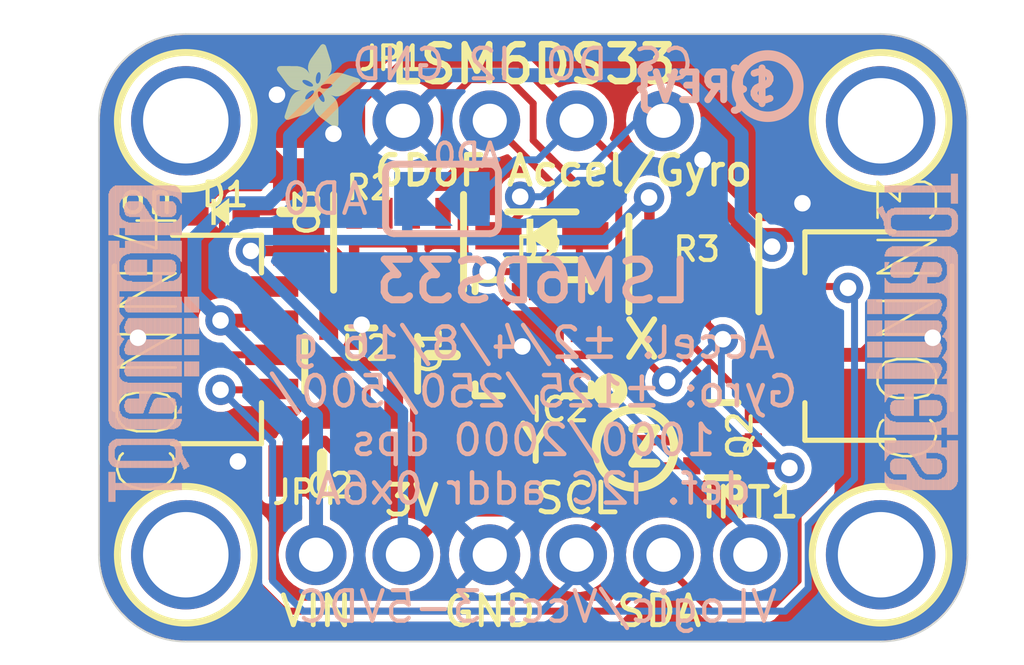
<source format=kicad_pcb>
(kicad_pcb (version 20221018) (generator pcbnew)
  (layers (0 "F.Cu" signal) (31 "B.Cu" signal) (34 "B.Paste" user) (35 "F.Paste" user) (36 "B.SilkS" user "B.Silkscreen") (37 "F.SilkS" user "F.Silkscreen") (38 "B.Mask" user) (39 "F.Mask" user) (44 "Edge.Cuts" user))
  (net 0 "")
  (net 1 "GND")
  (net 2 "3.3V")
  (net 3 "VCC")
  (net 4 "N$1")
  (net 5 "SDO")
  (net 6 "SDA_3V")
  (net 7 "SCL_3V")
  (net 8 "SCL")
  (net 9 "SDA")
  (net 10 "CS_3V")
  (net 11 "CS_5V")
  (net 12 "INT1")
  (net 13 "INT2")
  (footprint "working:MOUNTINGHOLE_2.5_PLATED" (layer "F.Cu") (at 138.3411 98.6536)
    (fp_text reference "U$1" hide)
    (fp_text value "MOUNTINGHOLE2.5" hide)
    (pad "P$1" thru_hole circle (at 0 0) (size 3.2 3.2) (drill 2.5) (layers "*.Cu" "*.Mask"))
    (zone (net 0) (net_name "") (layer "F.Cu") (connect_pads (clearance 0)) (min_thickness 0.25)
      (keepout (tracks not_allowed) (vias not_allowed) (pads not_allowed) (copperpour not_allowed) (footprints allowed))
      (fill (thermal_gap 0.5) (thermal_bridge_width 0.5))
      (polygon (pts (xy 140.3571 98.6536) (xy 140.33748 98.373027) (xy 140.279004 98.097915) (xy 140.182808 97.833619) (xy 140.050765 97.585283) (xy 139.885446 97.35774) (xy 139.690067 97.15542) (xy 139.468433 96.98226) (xy 139.224856 96.841631) (xy 138.964078 96.73627) (xy 138.691175 96.668228) (xy 138.411457 96.638828) (xy 138.130371 96.648644) (xy 137.853385 96.697484) (xy 137.585893 96.784397) (xy 137.3331 96.907693) (xy 137.099926 97.06497) (xy 136.890911 97.253169) (xy 136.710122 97.468625) (xy 136.561078 97.707145) (xy 136.44668 97.964087) (xy 136.369154 98.23445) (xy 136.330011 98.512971) (xy 136.330011 98.794229) (xy 136.369154 99.07275) (xy 136.44668 99.343113) (xy 136.561078 99.600055) (xy 136.710122 99.838575) (xy 136.890911 100.054031) (xy 137.099926 100.24223) (xy 137.3331 100.399507) (xy 137.585893 100.522803) (xy 137.853385 100.609716) (xy 138.130371 100.658556) (xy 138.411457 100.668372) (xy 138.691175 100.638972) (xy 138.964078 100.57093) (xy 139.224856 100.465569) (xy 139.468433 100.32494) (xy 139.690067 100.15178) (xy 139.885446 99.94946) (xy 140.050765 99.721917) (xy 140.182808 99.473581) (xy 140.279004 99.209285) (xy 140.33748 98.934173)))
      (polygon (pts (xy 138.3251 98.6536) (xy 138.329786 98.664914) (xy 138.3411 98.6696) (xy 138.352414 98.664914) (xy 138.3571 98.6536) (xy 138.352414 98.642286) (xy 138.3411 98.6376) (xy 138.329786 98.642286)))
    )
    (zone (net 0) (net_name "") (layer "B.Cu") (connect_pads (clearance 0)) (min_thickness 0.25)
      (keepout (tracks not_allowed) (vias not_allowed) (pads not_allowed) (copperpour not_allowed) (footprints allowed))
      (fill (thermal_gap 0.5) (thermal_bridge_width 0.5))
      (polygon (pts (xy 140.3571 98.6536) (xy 140.33748 98.373027) (xy 140.279004 98.097915) (xy 140.182808 97.833619) (xy 140.050765 97.585283) (xy 139.885446 97.35774) (xy 139.690067 97.15542) (xy 139.468433 96.98226) (xy 139.224856 96.841631) (xy 138.964078 96.73627) (xy 138.691175 96.668228) (xy 138.411457 96.638828) (xy 138.130371 96.648644) (xy 137.853385 96.697484) (xy 137.585893 96.784397) (xy 137.3331 96.907693) (xy 137.099926 97.06497) (xy 136.890911 97.253169) (xy 136.710122 97.468625) (xy 136.561078 97.707145) (xy 136.44668 97.964087) (xy 136.369154 98.23445) (xy 136.330011 98.512971) (xy 136.330011 98.794229) (xy 136.369154 99.07275) (xy 136.44668 99.343113) (xy 136.561078 99.600055) (xy 136.710122 99.838575) (xy 136.890911 100.054031) (xy 137.099926 100.24223) (xy 137.3331 100.399507) (xy 137.585893 100.522803) (xy 137.853385 100.609716) (xy 138.130371 100.658556) (xy 138.411457 100.668372) (xy 138.691175 100.638972) (xy 138.964078 100.57093) (xy 139.224856 100.465569) (xy 139.468433 100.32494) (xy 139.690067 100.15178) (xy 139.885446 99.94946) (xy 140.050765 99.721917) (xy 140.182808 99.473581) (xy 140.279004 99.209285) (xy 140.33748 98.934173)))
      (polygon (pts (xy 138.3251 98.6536) (xy 138.329786 98.664914) (xy 138.3411 98.6696) (xy 138.352414 98.664914) (xy 138.3571 98.6536) (xy 138.352414 98.642286) (xy 138.3411 98.6376) (xy 138.329786 98.642286)))
    )
  )
  (footprint "working:FIDUCIAL_1MM" (layer "F.Cu") (at 146.3421 108.4326)
    (fp_text reference "FID3" hide)
    (fp_text value "FIDUCIAL_1MM" hide)
    (pad "1" smd roundrect (at 0 0) (size 1 1) (layers "F.Cu" "F.Mask") (roundrect_rratio 0.5))
  )
  (footprint "working:MOUNTINGHOLE_2.5_PLATED" (layer "F.Cu") (at 158.6611 98.6536)
    (fp_text reference "U$17" hide)
    (fp_text value "MOUNTINGHOLE2.5" hide)
    (pad "P$1" thru_hole circle (at 0 0) (size 3.2 3.2) (drill 2.5) (layers "*.Cu" "*.Mask"))
    (zone (net 0) (net_name "") (layer "F.Cu") (connect_pads (clearance 0)) (min_thickness 0.25)
      (keepout (tracks not_allowed) (vias not_allowed) (pads not_allowed) (copperpour not_allowed) (footprints allowed))
      (fill (thermal_gap 0.5) (thermal_bridge_width 0.5))
      (polygon (pts (xy 160.6771 98.6536) (xy 160.65748 98.373027) (xy 160.599004 98.097915) (xy 160.502808 97.833619) (xy 160.370765 97.585283) (xy 160.205446 97.35774) (xy 160.010067 97.15542) (xy 159.788433 96.98226) (xy 159.544856 96.841631) (xy 159.284078 96.73627) (xy 159.011175 96.668228) (xy 158.731457 96.638828) (xy 158.450371 96.648644) (xy 158.173385 96.697484) (xy 157.905893 96.784397) (xy 157.6531 96.907693) (xy 157.419926 97.06497) (xy 157.210911 97.253169) (xy 157.030122 97.468625) (xy 156.881078 97.707145) (xy 156.76668 97.964087) (xy 156.689154 98.23445) (xy 156.650011 98.512971) (xy 156.650011 98.794229) (xy 156.689154 99.07275) (xy 156.76668 99.343113) (xy 156.881078 99.600055) (xy 157.030122 99.838575) (xy 157.210911 100.054031) (xy 157.419926 100.24223) (xy 157.6531 100.399507) (xy 157.905893 100.522803) (xy 158.173385 100.609716) (xy 158.450371 100.658556) (xy 158.731457 100.668372) (xy 159.011175 100.638972) (xy 159.284078 100.57093) (xy 159.544856 100.465569) (xy 159.788433 100.32494) (xy 160.010067 100.15178) (xy 160.205446 99.94946) (xy 160.370765 99.721917) (xy 160.502808 99.473581) (xy 160.599004 99.209285) (xy 160.65748 98.934173)))
      (polygon (pts (xy 158.6451 98.6536) (xy 158.649786 98.664914) (xy 158.6611 98.6696) (xy 158.672414 98.664914) (xy 158.6771 98.6536) (xy 158.672414 98.642286) (xy 158.6611 98.6376) (xy 158.649786 98.642286)))
    )
    (zone (net 0) (net_name "") (layer "B.Cu") (connect_pads (clearance 0)) (min_thickness 0.25)
      (keepout (tracks not_allowed) (vias not_allowed) (pads not_allowed) (copperpour not_allowed) (footprints allowed))
      (fill (thermal_gap 0.5) (thermal_bridge_width 0.5))
      (polygon (pts (xy 160.6771 98.6536) (xy 160.65748 98.373027) (xy 160.599004 98.097915) (xy 160.502808 97.833619) (xy 160.370765 97.585283) (xy 160.205446 97.35774) (xy 160.010067 97.15542) (xy 159.788433 96.98226) (xy 159.544856 96.841631) (xy 159.284078 96.73627) (xy 159.011175 96.668228) (xy 158.731457 96.638828) (xy 158.450371 96.648644) (xy 158.173385 96.697484) (xy 157.905893 96.784397) (xy 157.6531 96.907693) (xy 157.419926 97.06497) (xy 157.210911 97.253169) (xy 157.030122 97.468625) (xy 156.881078 97.707145) (xy 156.76668 97.964087) (xy 156.689154 98.23445) (xy 156.650011 98.512971) (xy 156.650011 98.794229) (xy 156.689154 99.07275) (xy 156.76668 99.343113) (xy 156.881078 99.600055) (xy 157.030122 99.838575) (xy 157.210911 100.054031) (xy 157.419926 100.24223) (xy 157.6531 100.399507) (xy 157.905893 100.522803) (xy 158.173385 100.609716) (xy 158.450371 100.658556) (xy 158.731457 100.668372) (xy 159.011175 100.638972) (xy 159.284078 100.57093) (xy 159.544856 100.465569) (xy 159.788433 100.32494) (xy 160.010067 100.15178) (xy 160.205446 99.94946) (xy 160.370765 99.721917) (xy 160.502808 99.473581) (xy 160.599004 99.209285) (xy 160.65748 98.934173)))
      (polygon (pts (xy 158.6451 98.6536) (xy 158.649786 98.664914) (xy 158.6611 98.6696) (xy 158.672414 98.664914) (xy 158.6771 98.6536) (xy 158.672414 98.642286) (xy 158.6611 98.6376) (xy 158.649786 98.642286)))
    )
  )
  (footprint "working:MOUNTINGHOLE_2.5_PLATED" (layer "F.Cu") (at 138.3411 111.3536)
    (fp_text reference "U$19" hide)
    (fp_text value "MOUNTINGHOLE2.5" hide)
    (pad "P$1" thru_hole circle (at 0 0) (size 3.2 3.2) (drill 2.5) (layers "*.Cu" "*.Mask"))
    (zone (net 0) (net_name "") (layer "F.Cu") (connect_pads (clearance 0)) (min_thickness 0.25)
      (keepout (tracks not_allowed) (vias not_allowed) (pads not_allowed) (copperpour not_allowed) (footprints allowed))
      (fill (thermal_gap 0.5) (thermal_bridge_width 0.5))
      (polygon (pts (xy 140.3571 111.3536) (xy 140.33748 111.073027) (xy 140.279004 110.797915) (xy 140.182808 110.533619) (xy 140.050765 110.285283) (xy 139.885446 110.05774) (xy 139.690067 109.85542) (xy 139.468433 109.68226) (xy 139.224856 109.541631) (xy 138.964078 109.43627) (xy 138.691175 109.368228) (xy 138.411457 109.338828) (xy 138.130371 109.348644) (xy 137.853385 109.397484) (xy 137.585893 109.484397) (xy 137.3331 109.607693) (xy 137.099926 109.76497) (xy 136.890911 109.953169) (xy 136.710122 110.168625) (xy 136.561078 110.407145) (xy 136.44668 110.664087) (xy 136.369154 110.93445) (xy 136.330011 111.212971) (xy 136.330011 111.494229) (xy 136.369154 111.77275) (xy 136.44668 112.043113) (xy 136.561078 112.300055) (xy 136.710122 112.538575) (xy 136.890911 112.754031) (xy 137.099926 112.94223) (xy 137.3331 113.099507) (xy 137.585893 113.222803) (xy 137.853385 113.309716) (xy 138.130371 113.358556) (xy 138.411457 113.368372) (xy 138.691175 113.338972) (xy 138.964078 113.27093) (xy 139.224856 113.165569) (xy 139.468433 113.02494) (xy 139.690067 112.85178) (xy 139.885446 112.64946) (xy 140.050765 112.421917) (xy 140.182808 112.173581) (xy 140.279004 111.909285) (xy 140.33748 111.634173)))
      (polygon (pts (xy 138.3251 111.3536) (xy 138.329786 111.364914) (xy 138.3411 111.3696) (xy 138.352414 111.364914) (xy 138.3571 111.3536) (xy 138.352414 111.342286) (xy 138.3411 111.3376) (xy 138.329786 111.342286)))
    )
    (zone (net 0) (net_name "") (layer "B.Cu") (connect_pads (clearance 0)) (min_thickness 0.25)
      (keepout (tracks not_allowed) (vias not_allowed) (pads not_allowed) (copperpour not_allowed) (footprints allowed))
      (fill (thermal_gap 0.5) (thermal_bridge_width 0.5))
      (polygon (pts (xy 140.3571 111.3536) (xy 140.33748 111.073027) (xy 140.279004 110.797915) (xy 140.182808 110.533619) (xy 140.050765 110.285283) (xy 139.885446 110.05774) (xy 139.690067 109.85542) (xy 139.468433 109.68226) (xy 139.224856 109.541631) (xy 138.964078 109.43627) (xy 138.691175 109.368228) (xy 138.411457 109.338828) (xy 138.130371 109.348644) (xy 137.853385 109.397484) (xy 137.585893 109.484397) (xy 137.3331 109.607693) (xy 137.099926 109.76497) (xy 136.890911 109.953169) (xy 136.710122 110.168625) (xy 136.561078 110.407145) (xy 136.44668 110.664087) (xy 136.369154 110.93445) (xy 136.330011 111.212971) (xy 136.330011 111.494229) (xy 136.369154 111.77275) (xy 136.44668 112.043113) (xy 136.561078 112.300055) (xy 136.710122 112.538575) (xy 136.890911 112.754031) (xy 137.099926 112.94223) (xy 137.3331 113.099507) (xy 137.585893 113.222803) (xy 137.853385 113.309716) (xy 138.130371 113.358556) (xy 138.411457 113.368372) (xy 138.691175 113.338972) (xy 138.964078 113.27093) (xy 139.224856 113.165569) (xy 139.468433 113.02494) (xy 139.690067 112.85178) (xy 139.885446 112.64946) (xy 140.050765 112.421917) (xy 140.182808 112.173581) (xy 140.279004 111.909285) (xy 140.33748 111.634173)))
      (polygon (pts (xy 138.3251 111.3536) (xy 138.329786 111.364914) (xy 138.3411 111.3696) (xy 138.352414 111.364914) (xy 138.3571 111.3536) (xy 138.352414 111.342286) (xy 138.3411 111.3376) (xy 138.329786 111.342286)))
    )
  )
  (footprint "working:MOUNTINGHOLE_2.5_PLATED" (layer "F.Cu") (at 158.6611 111.3536)
    (fp_text reference "U$21" hide)
    (fp_text value "MOUNTINGHOLE2.5" hide)
    (pad "P$1" thru_hole circle (at 0 0) (size 3.2 3.2) (drill 2.5) (layers "*.Cu" "*.Mask"))
    (zone (net 0) (net_name "") (layer "F.Cu") (connect_pads (clearance 0)) (min_thickness 0.25)
      (keepout (tracks not_allowed) (vias not_allowed) (pads not_allowed) (copperpour not_allowed) (footprints allowed))
      (fill (thermal_gap 0.5) (thermal_bridge_width 0.5))
      (polygon (pts (xy 160.6771 111.3536) (xy 160.65748 111.073027) (xy 160.599004 110.797915) (xy 160.502808 110.533619) (xy 160.370765 110.285283) (xy 160.205446 110.05774) (xy 160.010067 109.85542) (xy 159.788433 109.68226) (xy 159.544856 109.541631) (xy 159.284078 109.43627) (xy 159.011175 109.368228) (xy 158.731457 109.338828) (xy 158.450371 109.348644) (xy 158.173385 109.397484) (xy 157.905893 109.484397) (xy 157.6531 109.607693) (xy 157.419926 109.76497) (xy 157.210911 109.953169) (xy 157.030122 110.168625) (xy 156.881078 110.407145) (xy 156.76668 110.664087) (xy 156.689154 110.93445) (xy 156.650011 111.212971) (xy 156.650011 111.494229) (xy 156.689154 111.77275) (xy 156.76668 112.043113) (xy 156.881078 112.300055) (xy 157.030122 112.538575) (xy 157.210911 112.754031) (xy 157.419926 112.94223) (xy 157.6531 113.099507) (xy 157.905893 113.222803) (xy 158.173385 113.309716) (xy 158.450371 113.358556) (xy 158.731457 113.368372) (xy 159.011175 113.338972) (xy 159.284078 113.27093) (xy 159.544856 113.165569) (xy 159.788433 113.02494) (xy 160.010067 112.85178) (xy 160.205446 112.64946) (xy 160.370765 112.421917) (xy 160.502808 112.173581) (xy 160.599004 111.909285) (xy 160.65748 111.634173)))
      (polygon (pts (xy 158.6451 111.3536) (xy 158.649786 111.364914) (xy 158.6611 111.3696) (xy 158.672414 111.364914) (xy 158.6771 111.3536) (xy 158.672414 111.342286) (xy 158.6611 111.3376) (xy 158.649786 111.342286)))
    )
    (zone (net 0) (net_name "") (layer "B.Cu") (connect_pads (clearance 0)) (min_thickness 0.25)
      (keepout (tracks not_allowed) (vias not_allowed) (pads not_allowed) (copperpour not_allowed) (footprints allowed))
      (fill (thermal_gap 0.5) (thermal_bridge_width 0.5))
      (polygon (pts (xy 160.6771 111.3536) (xy 160.65748 111.073027) (xy 160.599004 110.797915) (xy 160.502808 110.533619) (xy 160.370765 110.285283) (xy 160.205446 110.05774) (xy 160.010067 109.85542) (xy 159.788433 109.68226) (xy 159.544856 109.541631) (xy 159.284078 109.43627) (xy 159.011175 109.368228) (xy 158.731457 109.338828) (xy 158.450371 109.348644) (xy 158.173385 109.397484) (xy 157.905893 109.484397) (xy 157.6531 109.607693) (xy 157.419926 109.76497) (xy 157.210911 109.953169) (xy 157.030122 110.168625) (xy 156.881078 110.407145) (xy 156.76668 110.664087) (xy 156.689154 110.93445) (xy 156.650011 111.212971) (xy 156.650011 111.494229) (xy 156.689154 111.77275) (xy 156.76668 112.043113) (xy 156.881078 112.300055) (xy 157.030122 112.538575) (xy 157.210911 112.754031) (xy 157.419926 112.94223) (xy 157.6531 113.099507) (xy 157.905893 113.222803) (xy 158.173385 113.309716) (xy 158.450371 113.358556) (xy 158.731457 113.368372) (xy 159.011175 113.338972) (xy 159.284078 113.27093) (xy 159.544856 113.165569) (xy 159.788433 113.02494) (xy 160.010067 112.85178) (xy 160.205446 112.64946) (xy 160.370765 112.421917) (xy 160.502808 112.173581) (xy 160.599004 111.909285) (xy 160.65748 111.634173)))
      (polygon (pts (xy 158.6451 111.3536) (xy 158.649786 111.364914) (xy 158.6611 111.3696) (xy 158.672414 111.364914) (xy 158.6771 111.3536) (xy 158.672414 111.342286) (xy 158.6611 111.3376) (xy 158.649786 111.342286)))
    )
  )
  (footprint "working:1X04_ROUND" (layer "F.Cu") (at 148.5011 98.6536)
    (fp_text reference "JP1" (at -5.1562 -1.8288) (layer "F.SilkS") (effects (font (size 0.692831 0.692831) (thickness 0.119969)) (justify left)))
    (fp_text value "")
    (pad "1" thru_hole circle (at -3.81 0 90) (size 1.778 1.778) (drill 1) (layers "*.Cu" "*.Mask") (net 1 "GND"))
    (pad "2" thru_hole circle (at -1.27 0 90) (size 1.778 1.778) (drill 1) (layers "*.Cu" "*.Mask") (net 13 "INT2"))
    (pad "3" thru_hole circle (at 1.27 0 90) (size 1.778 1.778) (drill 1) (layers "*.Cu" "*.Mask") (net 5 "SDO"))
    (pad "4" thru_hole circle (at 3.81 0 90) (size 1.778 1.778) (drill 1) (layers "*.Cu" "*.Mask") (net 11 "CS_5V"))
  )
  (footprint "working:LGA16_3X3MM" (layer "F.Cu") (at 148.5011 105.0036 180)
    (fp_text reference "IC2" (at -1.7 -2.1) (layer "F.SilkS") (effects (font (size 0.692831 0.692831) (thickness 0.119969)) (justify right)))
    (fp_text value "LSM6DS33")
    (pad "1" smd rect (at -1.35 -1 180) (size 0.5 0.25) (layers "F.Cu" "F.Paste" "F.Mask") (net 2 "3.3V"))
    (pad "2" smd rect (at -1.35 -0.5 180) (size 0.5 0.25) (layers "F.Cu" "F.Paste" "F.Mask") (net 7 "SCL_3V"))
    (pad "3" smd rect (at -1.35 0 180) (size 0.5 0.25) (layers "F.Cu" "F.Paste" "F.Mask") (net 6 "SDA_3V"))
    (pad "4" smd rect (at -1.35 0.5 180) (size 0.5 0.25) (layers "F.Cu" "F.Paste" "F.Mask") (net 5 "SDO"))
    (pad "5" smd rect (at -1.35 1 180) (size 0.5 0.25) (layers "F.Cu" "F.Paste" "F.Mask") (net 10 "CS_3V"))
    (pad "6" smd rect (at -0.5 1.35 270) (size 0.5 0.25) (layers "F.Cu" "F.Paste" "F.Mask") (net 13 "INT2"))
    (pad "7" smd rect (at 0 1.35 270) (size 0.5 0.25) (layers "F.Cu" "F.Paste" "F.Mask") (net 12 "INT1"))
    (pad "8" smd rect (at 0.5 1.35 270) (size 0.5 0.25) (layers "F.Cu" "F.Paste" "F.Mask") (net 1 "GND"))
    (pad "9" smd rect (at 1.35 1) (size 0.5 0.25) (layers "F.Cu" "F.Paste" "F.Mask") (net 1 "GND"))
    (pad "10" smd rect (at 1.35 0.5) (size 0.5 0.25) (layers "F.Cu" "F.Paste" "F.Mask") (net 1 "GND"))
    (pad "11" smd rect (at 1.35 0) (size 0.5 0.25) (layers "F.Cu" "F.Paste" "F.Mask") (net 1 "GND"))
    (pad "12" smd rect (at 1.35 -0.5) (size 0.5 0.25) (layers "F.Cu" "F.Paste" "F.Mask") (net 1 "GND"))
    (pad "13" smd rect (at 1.35 -1) (size 0.5 0.25) (layers "F.Cu" "F.Paste" "F.Mask") (net 1 "GND"))
    (pad "14" smd rect (at 0.5 -1.35 90) (size 0.5 0.25) (layers "F.Cu" "F.Paste" "F.Mask"))
    (pad "15" smd rect (at 0 -1.35 90) (size 0.5 0.25) (layers "F.Cu" "F.Paste" "F.Mask") (net 1 "GND"))
    (pad "16" smd rect (at -0.5 -1.35 90) (size 0.5 0.25) (layers "F.Cu" "F.Paste" "F.Mask") (net 2 "3.3V"))
  )
  (footprint "working:RESPACK_4X0603" (layer "F.Cu") (at 144.5641 102.2096)
    (fp_text reference "R2" (at -1.6 -1.6) (layer "F.SilkS") (effects (font (size 0.692831 0.692831) (thickness 0.119969)) (justify left)))
    (fp_text value "10K")
    (pad "1" smd rect (at -1.3 0.85) (size 0.45 0.9) (layers "F.Cu" "F.Paste" "F.Mask") (net 2 "3.3V"))
    (pad "2" smd rect (at -0.4 0.85) (size 0.45 0.9) (layers "F.Cu" "F.Paste" "F.Mask") (net 1 "GND"))
    (pad "3" smd rect (at 0.4 0.85) (size 0.45 0.9) (layers "F.Cu" "F.Paste" "F.Mask") (net 2 "3.3V"))
    (pad "4" smd rect (at 1.3 0.85) (size 0.45 0.9) (layers "F.Cu" "F.Paste" "F.Mask"))
    (pad "5" smd rect (at 1.3 -0.85) (size 0.45 0.9) (layers "F.Cu" "F.Paste" "F.Mask"))
    (pad "6" smd rect (at 0.4 -0.85) (size 0.45 0.9) (layers "F.Cu" "F.Paste" "F.Mask") (net 10 "CS_3V"))
    (pad "7" smd rect (at -0.4 -0.85) (size 0.45 0.9) (layers "F.Cu" "F.Paste" "F.Mask") (net 5 "SDO"))
    (pad "8" smd rect (at -1.3 -0.85) (size 0.45 0.9) (layers "F.Cu" "F.Paste" "F.Mask") (net 4 "N$1"))
  )
  (footprint "working:CHIPLED_0603_NOOUTLINE" (layer "F.Cu") (at 139.3571 101.3206 90)
    (fp_text reference "D1" (at 0.508 0.889) (layer "F.SilkS") (effects (font (size 0.692831 0.692831) (thickness 0.119969)) (justify right)))
    (fp_text value "GREEN")
    (pad "A" smd rect (at 0 0.75 90) (size 0.8 0.8) (layers "F.Cu" "F.Paste" "F.Mask") (net 4 "N$1"))
    (pad "C" smd rect (at 0 -0.75 90) (size 0.8 0.8) (layers "F.Cu" "F.Paste" "F.Mask") (net 1 "GND"))
  )
  (footprint "working:JST_SH4" (layer "F.Cu") (at 158.6611 105.0036 90)
    (fp_text reference "CONN3" (at -3.838 0.831 90) (layer "F.SilkS") (effects (font (size 1.703222 1.703222) (thickness 0.074778)) (justify left)))
    (fp_text value "STEMMA_I2C_QT" hide)
    (pad "1" smd rect (at -1.5 -2.514 180) (size 1.55 0.6) (layers "F.Cu" "F.Paste" "F.Mask") (net 1 "GND"))
    (pad "2" smd rect (at -0.5 -2.514 180) (size 1.55 0.6) (layers "F.Cu" "F.Paste" "F.Mask") (net 3 "VCC"))
    (pad "3" smd rect (at 0.5 -2.514 180) (size 1.55 0.6) (layers "F.Cu" "F.Paste" "F.Mask") (net 9 "SDA"))
    (pad "4" smd rect (at 1.5 -2.514 180) (size 1.55 0.6) (layers "F.Cu" "F.Paste" "F.Mask") (net 8 "SCL"))
    (pad "MT1" smd rect (at -2.8 1.386 180) (size 1.8 1.2) (layers "F.Cu" "F.Paste" "F.Mask") (net 1 "GND"))
    (pad "MT2" smd rect (at 2.8 1.386 180) (size 1.8 1.2) (layers "F.Cu" "F.Paste" "F.Mask") (net 1 "GND"))
  )
  (footprint "working:FIDUCIAL_1MM" (layer "F.Cu") (at 155.6131 97.4725)
    (fp_text reference "FID4" hide)
    (fp_text value "FIDUCIAL_1MM" hide)
    (pad "1" smd roundrect (at 0 0) (size 1 1) (layers "F.Cu" "F.Mask") (roundrect_rratio 0.5))
  )
  (footprint "working:0603-NO" (layer "F.Cu") (at 145.8341 105.5116 -90)
    (fp_text reference "C1" (at -0.889 0.381 90) (layer "F.SilkS") (effects (font (size 0.692831 0.692831) (thickness 0.119969)) (justify right)))
    (fp_text value "0.1uF")
    (pad "1" smd rect (at -0.85 0 270) (size 1.075 1) (layers "F.Cu" "F.Paste" "F.Mask") (net 2 "3.3V"))
    (pad "2" smd rect (at 0.85 0 270) (size 1.075 1) (layers "F.Cu" "F.Paste" "F.Mask") (net 1 "GND"))
  )
  (footprint "working:1X06_ROUND_70" (layer "F.Cu") (at 148.5011 111.3536)
    (fp_text reference "JP4" (at -7.6962 -1.8288) (layer "F.SilkS") (effects (font (size 0.692831 0.692831) (thickness 0.119969)) (justify left)))
    (fp_text value "")
    (pad "1" thru_hole circle (at -6.35 0 90) (size 1.778 1.778) (drill 1) (layers "*.Cu" "*.Mask") (net 3 "VCC"))
    (pad "2" thru_hole circle (at -3.81 0 90) (size 1.778 1.778) (drill 1) (layers "*.Cu" "*.Mask") (net 2 "3.3V"))
    (pad "3" thru_hole circle (at -1.27 0 90) (size 1.778 1.778) (drill 1) (layers "*.Cu" "*.Mask") (net 1 "GND"))
    (pad "4" thru_hole circle (at 1.27 0 90) (size 1.778 1.778) (drill 1) (layers "*.Cu" "*.Mask") (net 8 "SCL"))
    (pad "5" thru_hole circle (at 3.81 0 90) (size 1.778 1.778) (drill 1) (layers "*.Cu" "*.Mask") (net 9 "SDA"))
    (pad "6" thru_hole circle (at 6.35 0 90) (size 1.778 1.778) (drill 1) (layers "*.Cu" "*.Mask") (net 12 "INT1"))
  )
  (footprint "working:ADAFRUIT_2.5MM" (layer "F.Cu") (at 141.0081 98.8441)
    (fp_text reference "U$9" hide)
    (fp_text value "" hide)
  )
  (footprint "working:0805-NO" (layer "F.Cu") (at 141.6431 101.3206 90)
    (fp_text reference "C3" (at -0.762 0.254 90) (layer "F.SilkS") (effects (font (size 0.692831 0.692831) (thickness 0.119969)) (justify left)))
    (fp_text value "10uF")
    (pad "1" smd rect (at -0.95 0 90) (size 1.24 1.5) (layers "F.Cu" "F.Paste" "F.Mask") (net 2 "3.3V"))
    (pad "2" smd rect (at 0.95 0 90) (size 1.24 1.5) (layers "F.Cu" "F.Paste" "F.Mask") (net 1 "GND"))
  )
  (footprint "working:JST_SH4" (layer "F.Cu") (at 138.3411 105.0036 -90)
    (fp_text reference "CONN4" (at -3.965 1.085 90) (layer "F.SilkS") (effects (font (size 1.703222 1.703222) (thickness 0.074778)) (justify right)))
    (fp_text value "STEMMA_I2C_QT" hide)
    (pad "1" smd rect (at -1.5 -2.514) (size 1.55 0.6) (layers "F.Cu" "F.Paste" "F.Mask") (net 1 "GND"))
    (pad "2" smd rect (at -0.5 -2.514) (size 1.55 0.6) (layers "F.Cu" "F.Paste" "F.Mask") (net 3 "VCC"))
    (pad "3" smd rect (at 0.5 -2.514) (size 1.55 0.6) (layers "F.Cu" "F.Paste" "F.Mask") (net 9 "SDA"))
    (pad "4" smd rect (at 1.5 -2.514) (size 1.55 0.6) (layers "F.Cu" "F.Paste" "F.Mask") (net 8 "SCL"))
    (pad "MT1" smd rect (at -2.8 1.386) (size 1.8 1.2) (layers "F.Cu" "F.Paste" "F.Mask") (net 1 "GND"))
    (pad "MT2" smd rect (at 2.8 1.386) (size 1.8 1.2) (layers "F.Cu" "F.Paste" "F.Mask") (net 1 "GND"))
  )
  (footprint "working:0805-NO" (layer "F.Cu") (at 142.3289 108.9025)
    (fp_text reference "C2" (at -0.5334 0.4318) (layer "F.SilkS") (effects (font (size 0.692831 0.692831) (thickness 0.119969)) (justify left)))
    (fp_text value "10uF")
    (pad "1" smd rect (at -0.95 0) (size 1.24 1.5) (layers "F.Cu" "F.Paste" "F.Mask") (net 3 "VCC"))
    (pad "2" smd rect (at 0.95 0) (size 1.24 1.5) (layers "F.Cu" "F.Paste" "F.Mask") (net 1 "GND"))
  )
  (footprint "working:RESPACK_4X0603" (layer "F.Cu") (at 153.2001 102.8446 180)
    (fp_text reference "R3" (at -0.838 0.432) (layer "F.SilkS") (effects (font (size 0.692831 0.692831) (thickness 0.119969)) (justify right)))
    (fp_text value "10K")
    (pad "1" smd rect (at -1.3 0.85 180) (size 0.45 0.9) (layers "F.Cu" "F.Paste" "F.Mask") (net 3 "VCC"))
    (pad "2" smd rect (at -0.4 0.85 180) (size 0.45 0.9) (layers "F.Cu" "F.Paste" "F.Mask") (net 2 "3.3V"))
    (pad "3" smd rect (at 0.4 0.85 180) (size 0.45 0.9) (layers "F.Cu" "F.Paste" "F.Mask") (net 3 "VCC"))
    (pad "4" smd rect (at 1.3 0.85 180) (size 0.45 0.9) (layers "F.Cu" "F.Paste" "F.Mask") (net 2 "3.3V"))
    (pad "5" smd rect (at 1.3 -0.85 180) (size 0.45 0.9) (layers "F.Cu" "F.Paste" "F.Mask") (net 6 "SDA_3V"))
    (pad "6" smd rect (at 0.4 -0.85 180) (size 0.45 0.9) (layers "F.Cu" "F.Paste" "F.Mask") (net 9 "SDA"))
    (pad "7" smd rect (at -0.4 -0.85 180) (size 0.45 0.9) (layers "F.Cu" "F.Paste" "F.Mask") (net 7 "SCL_3V"))
    (pad "8" smd rect (at -1.3 -0.85 180) (size 0.45 0.9) (layers "F.Cu" "F.Paste" "F.Mask") (net 8 "SCL"))
  )
  (footprint "working:SOT23-5" (layer "F.Cu") (at 143.4719 105.7656)
    (fp_text reference "U2" (at 0.8922 -0.4572) (layer "F.SilkS") (effects (font (size 0.692831 0.692831) (thickness 0.119969)) (justify right)))
    (fp_text value "AP2112K-3.3")
    (pad "1" smd rect (at -0.95 1.3001) (size 0.55 1.2) (layers "F.Cu" "F.Paste" "F.Mask") (net 3 "VCC"))
    (pad "2" smd rect (at 0 1.3001) (size 0.55 1.2) (layers "F.Cu" "F.Paste" "F.Mask") (net 1 "GND"))
    (pad "3" smd rect (at 0.95 1.3001) (size 0.55 1.2) (layers "F.Cu" "F.Paste" "F.Mask") (net 3 "VCC"))
    (pad "4" smd rect (at 0.95 -1.3001) (size 0.55 1.2) (layers "F.Cu" "F.Paste" "F.Mask"))
    (pad "5" smd rect (at -0.95 -1.3001) (size 0.55 1.2) (layers "F.Cu" "F.Paste" "F.Mask") (net 2 "3.3V"))
  )
  (footprint "working:SOT363" (layer "F.Cu") (at 154.0383 108.0008 90)
    (fp_text reference "Q2" (at -0.635 0.508 90) (layer "F.SilkS") (effects (font (size 0.692831 0.692831) (thickness 0.119969)) (justify left)))
    (fp_text value "BSS138")
    (pad "1" smd rect (at -0.75 0.9 90) (size 0.5 0.5) (layers "F.Cu" "F.Paste" "F.Mask") (net 7 "SCL_3V"))
    (pad "2" smd rect (at 0 0.9 90) (size 0.4 0.5) (layers "F.Cu" "F.Paste" "F.Mask") (net 2 "3.3V"))
    (pad "3" smd rect (at 0.75 0.9 90) (size 0.5 0.5) (layers "F.Cu" "F.Paste" "F.Mask") (net 9 "SDA"))
    (pad "4" smd rect (at 0.75 -0.9 90) (size 0.5 0.5) (layers "F.Cu" "F.Paste" "F.Mask") (net 6 "SDA_3V"))
    (pad "5" smd rect (at 0 -0.9 90) (size 0.4 0.5) (layers "F.Cu" "F.Paste" "F.Mask") (net 2 "3.3V"))
    (pad "6" smd rect (at -0.75 -0.9 90) (size 0.5 0.5) (layers "F.Cu" "F.Paste" "F.Mask") (net 8 "SCL"))
  )
  (footprint "working:SOD-323" (layer "F.Cu") (at 148.7551 102.0191)
    (fp_text reference "D2" (at -0.846 0.397) (layer "F.SilkS") (effects (font (size 0.692831 0.692831) (thickness 0.119969)) (justify left)))
    (fp_text value "1N4148")
    (pad "A" smd rect (at 1.27 0) (size 1.35 0.8) (layers "F.Cu" "F.Paste" "F.Mask") (net 10 "CS_3V"))
    (pad "C" smd rect (at -1.27 0) (size 1.35 0.8) (layers "F.Cu" "F.Paste" "F.Mask") (net 11 "CS_5V"))
  )
  (footprint "working:STEMMAQT" (layer "B.Cu") (at 138.7221 100.5586 -90)
    (fp_text reference "U$31" hide)
    (fp_text value "" hide)
  )
  (footprint "working:SOLDERJUMPER_ARROW_NOPASTE" (layer "B.Cu") (at 145.8341 100.9396 180)
    (fp_text reference "AD0" (at -1.778 1.27) (layer "B.SilkS") (effects (font (size 0.692831 0.692831) (thickness 0.119969)) (justify left mirror)))
    (fp_text value "")
    (fp_poly (pts (xy 0.106121 -0.002663) (xy -0.679416 -0.7882) (xy -1.3946 -0.7882) (xy -1.3946 0.7882) (xy -0.62715 0.7882)) (fill solid) (layer "B.Cu"))
    (fp_poly (pts (xy 1.3946 -0.7882) (xy -0.315893 -0.7882) (xy 0.443148 0) (xy -0.315893 0.7882) (xy 1.3946 0.7882)) (fill solid) (layer "B.Cu"))
    (pad "1" smd roundrect (at -1.016 0 180) (size 0.762 1.524) (layers "B.Cu") (net 5 "SDO"))
    (pad "2" smd roundrect (at 1.016 0 180) (size 0.762 1.524) (layers "B.Cu") (net 2 "3.3V"))
  )
  (footprint "working:STEMMAQT" (layer "B.Cu") (at 158.2801 109.4486 90)
    (fp_text reference "U$30" hide)
    (fp_text value "" hide)
  )
  (footprint "working:PCBFEAT-REV-040" (layer "B.Cu") (at 155.3591 97.6376 180)
    (fp_text reference "U$25" hide)
    (fp_text value "" hide)
    (fp_text user "${REV}" (at -0.3556 -0.508) (layer "B.SilkS") (effects (font (size 0.8128 0.8128) (thickness 0.2032)) (justify left bottom mirror)))
  )
  (gr_arc (start 150.3436 108.2381) (mid 150.672513 107.424013) (end 151.486601 107.095101) (stroke (width 0.254)) (layer "F.SilkS"))
  (gr_arc (start 151.4866 109.3811) (mid 150.678377 109.046323) (end 150.3436 108.2381) (stroke (width 0.254)) (layer "F.SilkS"))
  (gr_arc (start 151.4866 107.0951) (mid 152.294823 107.429877) (end 152.6296 108.2381) (stroke (width 0.254)) (layer "F.SilkS"))
  (gr_arc (start 152.6296 108.2381) (mid 152.294823 109.046323) (end 151.4866 109.3811) (stroke (width 0.254)) (layer "F.SilkS"))
  (gr_line (start 161.2011 111.3536) (end 161.2011 98.6536) (stroke (width 0.05)) (layer "Edge.Cuts"))
  (gr_line (start 158.6611 96.1136) (end 138.3411 96.1136) (stroke (width 0.05)) (layer "Edge.Cuts"))
  (gr_arc (start 158.6611 96.1136) (mid 160.457151 96.857549) (end 161.2011 98.6536) (stroke (width 0.05)) (layer "Edge.Cuts"))
  (gr_arc (start 138.3411 113.8936) (mid 136.545049 113.149651) (end 135.8011 111.3536) (stroke (width 0.05)) (layer "Edge.Cuts"))
  (gr_line (start 135.8011 98.6536) (end 135.8011 111.3536) (stroke (width 0.05)) (layer "Edge.Cuts"))
  (gr_line (start 138.3411 113.8936) (end 158.6611 113.8936) (stroke (width 0.05)) (layer "Edge.Cuts"))
  (gr_arc (start 135.8011 98.6536) (mid 136.545049 96.857549) (end 138.3411 96.1136) (stroke (width 0.05)) (layer "Edge.Cuts"))
  (gr_arc (start 161.2011 111.3536) (mid 160.457151 113.149651) (end 158.6611 113.8936) (stroke (width 0.05)) (layer "Edge.Cuts"))
  (gr_text "CS" (at 152.3111 97.0026) (layer "B.SilkS") (effects (font (size 0.89408 0.89408) (thickness 0.12192)) (justify mirror)))
  (gr_text "AD0" (at 142.4051 100.9396) (layer "B.SilkS") (effects (font (size 0.89408 0.89408) (thickness 0.12192)) (justify mirror)))
  (gr_text "LSM6DS33" (at 148.5011 103.3526) (layer "B.SilkS") (effects (font (size 1.18745 1.18745) (thickness 0.20955)) (justify mirror)))
  (gr_text "GND" (at 144.5641 97.0026) (layer "B.SilkS") (effects (font (size 0.89408 0.89408) (thickness 0.12192)) (justify mirror)))
  (gr_text "VLogic/Vcc: 3-5VDC" (at 148.6281 112.8776) (layer "B.SilkS") (effects (font (size 0.89408 0.89408) (thickness 0.12192)) (justify mirror)))
  (gr_text "Accel: ±2/4/8/16 g\nGyro: ±125/250/500/\n1000/2000 dps\ndef. I2C addr 0x6A" (at 148.5011 107.2896) (layer "B.SilkS") (effects (font (size 0.88392 0.88392) (thickness 0.13208)) (justify mirror)))
  (gr_text "DO" (at 149.7711 97.0026) (layer "B.SilkS") (effects (font (size 0.89408 0.89408) (thickness 0.12192)) (justify mirror)))
  (gr_text "I2" (at 147.2311 97.0026) (layer "B.SilkS") (effects (font (size 0.89408 0.89408) (thickness 0.12192)) (justify mirror)))
  (gr_text "on" (at 136.3091 101.4476) (layer "F.SilkS") (effects (font (size 0.89408 0.89408) (thickness 0.12192)) (justify left bottom)))
  (gr_text "GND" (at 147.2311 113.0046) (layer "F.SilkS") (effects (font (size 0.87376 0.87376) (thickness 0.14224))))
  (gr_text "3V" (at 144.9451 109.7661) (layer "F.SilkS") (effects (font (size 0.87376 0.87376) (thickness 0.14224))))
  (gr_text "INT1" (at 154.8511 109.8296) (layer "F.SilkS") (effects (font (size 0.87376 0.87376) (thickness 0.14224))))
  (gr_text "6DoF Accel/Gyro" (at 149.3901 100.1141) (layer "F.SilkS") (effects (font (size 0.8636 0.8636) (thickness 0.1524))))
  (gr_text "Z" (at 151.1006 108.8126) (layer "F.SilkS") (effects (font (size 1.016 1.016) (thickness 0.254)) (justify left bottom)))
  (gr_text "X" (at 151.0371 105.7011) (layer "F.SilkS") (effects (font (size 1.0922 1.0922) (thickness 0.1778)) (justify left bottom)))
  (gr_text "SDA" (at 152.1841 113.0046) (layer "F.SilkS") (effects (font (size 0.87376 0.87376) (thickness 0.14224))))
  (gr_text "LSM6DS33" (at 148.5011 97.0026) (layer "F.SilkS") (effects (font (size 1.0795 1.0795) (thickness 0.1905))))
  (gr_text "Y" (at 147.9891 108.7491) (layer "F.SilkS") (effects (font (size 1.0922 1.0922) (thickness 0.1778)) (justify left bottom)))
  (gr_text "SCL" (at 149.7711 109.7026) (layer "F.SilkS") (effects (font (size 0.87376 0.87376) (thickness 0.14224))))
  (gr_text "VIN" (at 142.1511 113.0046) (layer "F.SilkS") (effects (font (size 0.87376 0.87376) (thickness 0.14224))))
  (segment (start 143.4313 108.7501) (end 143.2789 108.9025) (width 0.4064) (layer "F.Cu") (net 1))
  (segment (start 147.9296 105.0036) (end 148.1836 105.2576) (width 0.3048) (layer "F.Cu") (net 1))
  (segment (start 139.218243 100.7712) (end 139.618843 100.3706) (width 0.2032) (layer "F.Cu") (net 1))
  (segment (start 144.1641 103.345407) (end 143.7913 103.718207) (width 0.3048) (layer "F.Cu") (net 1))
  (segment (start 139.1565 100.7712) (end 139.218243 100.7712) (width 0.2032) (layer "F.Cu") (net 1))
  (segment (start 139.618843 100.3706) (end 141.6431 100.3706) (width 0.2032) (layer "F.Cu") (net 1))
  (segment (start 144.1641 103.0596) (end 144.1641 103.345407) (width 0.3048) (layer "F.Cu") (net 1))
  (segment (start 143.4846 104.2416) (end 143.4846 104.6226) (width 0.3048) (layer "F.Cu") (net 1))
  (segment (start 143.7913 103.718207) (end 143.7913 103.9349) (width 0.3048) (layer "F.Cu") (net 1))
  (segment (start 143.7913 103.9349) (end 143.4846 104.2416) (width 0.3048) (layer "F.Cu") (net 1))
  (segment (start 138.6071 101.3206) (end 139.1565 100.7712) (width 0.2032) (layer "F.Cu") (net 1))
  (segment (start 143.4719 107.0657) (end 143.4719 108.7095) (width 0.4064) (layer "F.Cu") (net 1))
  (segment (start 143.4719 108.7095) (end 143.2789 108.9025) (width 0.4064) (layer "F.Cu") (net 1))
  (segment (start 147.1511 105.0036) (end 147.9296 105.0036) (width 0.3048) (layer "F.Cu") (net 1))
  (via (at 160.1851 105.0036) (size 0.889) (drill 0.4826) (layers "F.Cu" "B.Cu") (net 1))
  (via (at 139.8651 108.6231) (size 0.889) (drill 0.4826) (layers "F.Cu" "B.Cu") (net 1))
  (via (at 136.9441 105.0036) (size 0.889) (drill 0.4826) (layers "F.Cu" "B.Cu") (net 1))
  (via (at 141.0081 97.8916) (size 0.889) (drill 0.4826) (layers "F.Cu" "B.Cu") (net 1))
  (via (at 156.3751 101.0666) (size 0.889) (drill 0.4826) (layers "F.Cu" "B.Cu") (net 1))
  (via (at 143.4846 104.6226) (size 0.889) (drill 0.4826) (layers "F.Cu" "B.Cu") (net 1))
  (via (at 142.6591 99.0346) (size 0.889) (drill 0.4826) (layers "F.Cu" "B.Cu") (net 1))
  (via (at 148.1836 105.2576) (size 0.889) (drill 0.4826) (layers "F.Cu" "B.Cu") (net 1))
  (via (at 153.4541 99.7966) (size 0.889) (drill 0.4826) (layers "F.Cu" "B.Cu") (net 1))
  (segment (start 153.381993 102.8446) (end 153.6001 102.626494) (width 0.3048) (layer "F.Cu") (net 2))
  (segment (start 145.8341 104.2416) (end 145.8341 104.6616) (width 0.3048) (layer "F.Cu") (net 2))
  (segment (start 144.9641 103.0596) (end 144.9641 102.3556) (width 0.3048) (layer "F.Cu") (net 2))
  (segment (start 144.6911 111.3536) (end 145.9611 110.0836) (width 0.3048) (layer "F.Cu") (net 2))
  (segment (start 142.4751 102.2706) (end 143.2641 103.0596) (width 0.3048) (layer "F.Cu") (net 2))
  (segment (start 149.8511 106.0036) (end 149.5011 106.3536) (width 0.3048) (layer "F.Cu") (net 2))
  (segment (start 149.0011 108.9096) (end 147.8271 110.0836) (width 0.3048) (layer "F.Cu") (net 2))
  (segment (start 141.4501 102.4636) (end 140.2461 102.4636) (width 0.3048) (layer "F.Cu") (net 2))
  (segment (start 149.0011 106.3536) (end 149.0011 107.9246) (width 0.3048) (layer "F.Cu") (net 2))
  (segment (start 151.9001 101.9946) (end 151.9001 102.8446) (width 0.3048) (layer "F.Cu") (net 2))
  (segment (start 151.9001 102.8446) (end 153.381993 102.8446) (width 0.3048) (layer "F.Cu") (net 2))
  (segment (start 144.9641 103.3716) (end 145.8341 104.2416) (width 0.3048) (layer "F.Cu") (net 2))
  (segment (start 151.888437 100.897938) (end 151.9001 100.9096) (width 0.3048) (layer "F.Cu") (net 2))
  (segment (start 149.0773 108.0008) (end 149.0011 107.9246) (width 0.3048) (layer "F.Cu") (net 2))
  (segment (start 141.6431 102.2706) (end 141.4501 102.4636) (width 0.3048) (layer "F.Cu") (net 2))
  (segment (start 153.1383 108.0008) (end 149.0773 108.0008) (width 0.3048) (layer "F.Cu") (net 2))
  (segment (start 144.9641 103.0596) (end 144.9641 103.3716) (width 0.3048) (layer "F.Cu") (net 2))
  (segment (start 149.0011 107.9246) (end 149.0011 108.9096) (width 0.3048) (layer "F.Cu") (net 2))
  (segment (start 149.5011 106.3536) (end 149.0011 106.3536) (width 0.3048) (layer "F.Cu") (net 2))
  (segment (start 153.6001 102.626494) (end 153.6001 101.9946) (width 0.3048) (layer "F.Cu") (net 2))
  (segment (start 143.2941 102.2096) (end 143.2641 102.2396) (width 0.3048) (layer "F.Cu") (net 2))
  (segment (start 141.6431 102.2706) (end 142.4751 102.2706) (width 0.3048) (layer "F.Cu") (net 2))
  (segment (start 144.9641 102.3556) (end 144.8181 102.2096) (width 0.3048) (layer "F.Cu") (net 2))
  (segment (start 142.5219 103.8018) (end 142.5219 104.4655) (width 0.3048) (layer "F.Cu") (net 2))
  (segment (start 144.8181 102.2096) (end 143.2941 102.2096) (width 0.3048) (layer "F.Cu") (net 2))
  (segment (start 153.1383 108.0008) (end 154.9383 108.0008) (width 0.3048) (layer "F.Cu") (net 2))
  (segment (start 151.9001 100.9096) (end 151.9001 101.9946) (width 0.3048) (layer "F.Cu") (net 2))
  (segment (start 143.2641 102.2396) (end 143.2641 103.0596) (width 0.3048) (layer "F.Cu") (net 2))
  (segment (start 143.2641 103.0596) (end 142.5219 103.8018) (width 0.3048) (layer "F.Cu") (net 2))
  (segment (start 147.8271 110.0836) (end 145.9611 110.0836) (width 0.3048) (layer "F.Cu") (net 2))
  (via (at 140.2461 102.4636) (size 0.889) (drill 0.4826) (layers "F.Cu" "B.Cu") (net 2))
  (via (at 151.888437 100.897938) (size 0.889) (drill 0.4826) (layers "F.Cu" "B.Cu") (net 2))
  (segment (start 140.4366 102.1461) (end 140.2461 102.3366) (width 0.3048) (layer "B.Cu") (net 2))
  (segment (start 144.8181 100.9396) (end 144.8181 102.1461) (width 0.3048) (layer "B.Cu") (net 2))
  (segment (start 150.5966 102.1461) (end 151.8666 100.8761) (width 0.3048) (layer "B.Cu") (net 2))
  (segment (start 144.6911 111.3536) (end 144.6911 107.1626) (width 0.3048) (layer "B.Cu") (net 2))
  (segment (start 151.888437 100.897938) (end 151.8666 100.8761) (width 0.3048) (layer "B.Cu") (net 2))
  (segment (start 140.2461 102.7176) (end 140.2461 102.4636) (width 0.3048) (layer "B.Cu") (net 2))
  (segment (start 140.2461 102.4636) (end 140.2461 102.3366) (width 0.3048) (layer "B.Cu") (net 2))
  (segment (start 144.8181 102.1461) (end 140.4366 102.1461) (width 0.3048) (layer "B.Cu") (net 2))
  (segment (start 144.6911 107.1626) (end 140.2461 102.7176) (width 0.3048) (layer "B.Cu") (net 2))
  (segment (start 150.5966 102.1461) (end 144.8181 102.1461) (width 0.3048) (layer "B.Cu") (net 2))
  (segment (start 144.4219 107.0657) (end 144.4219 105.8926) (width 0.4064) (layer "F.Cu") (net 3))
  (segment (start 158.1611 105.5036) (end 158.764231 104.900469) (width 0.4064) (layer "F.Cu") (net 3))
  (segment (start 153.9621 101.0666) (end 154.5001 101.6046) (width 0.4064) (layer "F.Cu") (net 3))
  (segment (start 158.764231 104.900469) (end 158.764231 102.995469) (width 0.4064) (layer "F.Cu") (net 3))
  (segment (start 139.3651 104.5036) (end 139.3571 104.4956) (width 0.4064) (layer "F.Cu") (net 3))
  (segment (start 156.1471 105.5036) (end 158.1611 105.5036) (width 0.4064) (layer "F.Cu") (net 3))
  (segment (start 142.3902 107.0657) (end 141.3789 108.077) (width 0.4064) (layer "F.Cu") (net 3))
  (segment (start 140.8551 104.5036) (end 139.3651 104.5036) (width 0.4064) (layer "F.Cu") (net 3))
  (segment (start 153.2001 101.0666) (end 153.9621 101.0666) (width 0.4064) (layer "F.Cu") (net 3))
  (segment (start 144.4219 105.8926) (end 144.2949 105.7656) (width 0.4064) (layer "F.Cu") (net 3))
  (segment (start 157.763362 101.9946) (end 154.5001 101.9946) (width 0.4064) (layer "F.Cu") (net 3))
  (segment (start 154.5001 101.6046) (end 155.2321 102.3366) (width 0.4064) (layer "F.Cu") (net 3))
  (segment (start 142.5219 107.0657) (end 142.3902 107.0657) (width 0.4064) (layer "F.Cu") (net 3))
  (segment (start 158.764231 102.995469) (end 157.763362 101.9946) (width 0.4064) (layer "F.Cu") (net 3))
  (segment (start 142.5219 105.7758) (end 142.5219 107.0657) (width 0.4064) (layer "F.Cu") (net 3))
  (segment (start 144.2949 105.7656) (end 142.5321 105.7656) (width 0.4064) (layer "F.Cu") (net 3))
  (segment (start 152.8001 101.9946) (end 152.8001 101.4666) (width 0.4064) (layer "F.Cu") (net 3))
  (segment (start 141.3789 108.9025) (end 142.1511 109.6747) (width 0.4064) (layer "F.Cu") (net 3))
  (segment (start 142.5321 105.7656) (end 142.5219 105.7758) (width 0.4064) (layer "F.Cu") (net 3))
  (segment (start 142.1511 109.6747) (end 142.1511 111.3536) (width 0.4064) (layer "F.Cu") (net 3))
  (segment (start 154.5001 101.6046) (end 154.5001 101.9946) (width 0.4064) (layer "F.Cu") (net 3))
  (segment (start 152.8001 101.4666) (end 153.2001 101.0666) (width 0.4064) (layer "F.Cu") (net 3))
  (segment (start 141.3789 108.9025) (end 141.3789 108.077) (width 0.4064) (layer "F.Cu") (net 3))
  (segment (start 155.4861 102.3366) (end 155.2321 102.3366) (width 0.4064) (layer "F.Cu") (net 3))
  (via (at 155.4861 102.3366) (size 0.889) (drill 0.4826) (layers "F.Cu" "B.Cu") (net 3))
  (via (at 139.3571 104.4956) (size 0.889) (drill 0.4826) (layers "F.Cu" "B.Cu") (net 3))
  (segment (start 141.3891 100.4316) (end 141.3891 99.101244) (width 0.4064) (layer "B.Cu") (net 3))
  (segment (start 142.1511 107.2896) (end 142.1511 111.3536) (width 0.4064) (layer "B.Cu") (net 3))
  (segment (start 139.3571 104.4956) (end 142.1511 107.2896) (width 0.4064) (layer "B.Cu") (net 3))
  (segment (start 140.7541 101.0666) (end 141.3891 100.4316) (width 0.4064) (layer "B.Cu") (net 3))
  (segment (start 141.3891 99.101244) (end 143.170243 97.3201) (width 0.4064) (layer "B.Cu") (net 3))
  (segment (start 138.5951 102.0826) (end 139.6111 101.0666) (width 0.4064) (layer "B.Cu") (net 3))
  (segment (start 138.5951 103.7336) (end 138.5951 102.0826) (width 0.4064) (layer "B.Cu") (net 3))
  (segment (start 139.3571 104.4956) (end 138.5951 103.7336) (width 0.4064) (layer "B.Cu") (net 3))
  (segment (start 143.170243 97.3201) (end 152.864731 97.3201) (width 0.4064) (layer "B.Cu") (net 3))
  (segment (start 139.6111 101.0666) (end 140.7541 101.0666) (width 0.4064) (layer "B.Cu") (net 3))
  (segment (start 152.864731 97.3201) (end 154.5971 99.052469) (width 0.4064) (layer "B.Cu") (net 3))
  (segment (start 154.5971 99.052469) (end 154.5971 101.4476) (width 0.4064) (layer "B.Cu") (net 3))
  (segment (start 154.5971 101.4476) (end 155.4861 102.3366) (width 0.4064) (layer "B.Cu") (net 3))
  (segment (start 140.1071 101.3206) (end 143.2251 101.3206) (width 0.2032) (layer "F.Cu") (net 4))
  (segment (start 143.2251 101.3206) (end 143.2641 101.3596) (width 0.2032) (layer "F.Cu") (net 4))
  (segment (start 150.4861 103.0821) (end 150.4861 104.3131) (width 0.2032) (layer "F.Cu") (net 5))
  (segment (start 151.0049 102.5633) (end 150.4861 103.0821) (width 0.2032) (layer "F.Cu") (net 5))
  (segment (start 144.1641 101.3596) (end 144.1641 100.1586) (width 0.2032) (layer "F.Cu") (net 5))
  (segment (start 150.4861 104.3131) (end 150.2956 104.5036) (width 0.2032) (layer "F.Cu") (net 5))
  (segment (start 151.0049 102.5633) (end 151.0049 99.8874) (width 0.2032) (layer "F.Cu") (net 5))
  (segment (start 148.1201 97.0026) (end 149.7711 98.6536) (width 0.2032) (layer "F.Cu") (net 5))
  (segment (start 144.1641 100.1586) (end 143.4846 99.4791) (width 0.2032) (layer "F.Cu") (net 5))
  (segment (start 143.4846 98.11665) (end 144.59865 97.0026) (width 0.2032) (layer "F.Cu") (net 5))
  (segment (start 144.59865 97.0026) (end 148.1201 97.0026) (width 0.2032) (layer "F.Cu") (net 5))
  (segment (start 150.2956 104.5036) (end 149.8511 104.5036) (width 0.2032) (layer "F.Cu") (net 5))
  (segment (start 143.4846 99.4791) (end 143.4846 98.11665) (width 0.2032) (layer "F.Cu") (net 5))
  (segment (start 151.0049 99.8874) (end 149.7711 98.6536) (width 0.2032) (layer "F.Cu") (net 5))
  (segment (start 147.9931 99.7966) (end 146.8501 100.9396) (width 0.2032) (layer "B.Cu") (net 5))
  (segment (start 148.6281 99.7966) (end 147.9931 99.7966) (width 0.2032) (layer "B.Cu") (net 5))
  (segment (start 149.7711 98.6536) (end 148.6281 99.7966) (width 0.2032) (layer "B.Cu") (net 5))
  (segment (start 151.8666 104.6861) (end 150.687837 104.6861) (width 0.2032) (layer "F.Cu") (net 6))
  (segment (start 149.8511 105.0036) (end 150.370337 105.0036) (width 0.2032) (layer "F.Cu") (net 6))
  (segment (start 150.687837 104.6861) (end 150.370337 105.0036) (width 0.2032) (layer "F.Cu") (net 6))
  (segment (start 151.9001 104.6526) (end 151.8666 104.6861) (width 0.2032) (layer "F.Cu") (net 6))
  (segment (start 153.3923 106.0758) (end 152.0026 104.6861) (width 0.2032) (layer "F.Cu") (net 6))
  (segment (start 153.3923 106.9968) (end 153.3923 106.0758) (width 0.2032) (layer "F.Cu") (net 6))
  (segment (start 153.1383 107.2508) (end 153.3923 106.9968) (width 0.2032) (layer "F.Cu") (net 6))
  (segment (start 151.9001 103.6946) (end 151.9001 104.6526) (width 0.2032) (layer "F.Cu") (net 6))
  (segment (start 152.0026 104.6861) (end 151.8666 104.6861) (width 0.2032) (layer "F.Cu") (net 6))
  (segment (start 154.9383 108.7508) (end 155.9313 108.7508) (width 0.2032) (layer "F.Cu") (net 7))
  (segment (start 151.6508 105.5036) (end 152.4208 106.2736) (width 0.2032) (layer "F.Cu") (net 7))
  (segment (start 155.9313 108.7508) (end 155.9941 108.8136) (width 0.2032) (layer "F.Cu") (net 7))
  (segment (start 154.048475 105.0463) (end 153.6001 104.597925) (width 0.2032) (layer "F.Cu") (net 7))
  (segment (start 153.6001 104.597925) (end 153.6001 103.6946) (width 0.2032) (layer "F.Cu") (net 7))
  (segment (start 149.8511 105.5036) (end 151.6508 105.5036) (width 0.2032) (layer "F.Cu") (net 7))
  (via (at 154.048475 105.0463) (size 0.889) (drill 0.4826) (layers "F.Cu" "B.Cu") (net 7))
  (via (at 155.9941 108.8136) (size 0.889) (drill 0.4826) (layers "F.Cu" "B.Cu") (net 7))
  (via (at 152.4208 106.2736) (size 0.889) (drill 0.4826) (layers "F.Cu" "B.Cu") (net 7))
  (segment (start 152.6921 106.2736) (end 153.9621 105.0036) (width 0.2032) (layer "B.Cu") (net 7))
  (segment (start 155.9941 108.8136) (end 154.005775 106.825275) (width 0.2032) (layer "B.Cu") (net 7))
  (segment (start 153.9621 105.0036) (end 154.005775 105.0036) (width 0.2032) (layer "B.Cu") (net 7))
  (segment (start 154.005775 105.0036) (end 154.048475 105.0463) (width 0.2032) (layer "B.Cu") (net 7))
  (segment (start 152.4208 106.2736) (end 152.6921 106.2736) (width 0.2032) (layer "B.Cu") (net 7))
  (segment (start 154.005775 106.825275) (end 154.005775 105.0036) (width 0.2032) (layer "B.Cu") (net 7))
  (segment (start 156.1471 103.5036) (end 154.6911 103.5036) (width 0.2032) (layer "F.Cu") (net 8))
  (segment (start 149.7711 111.0996) (end 149.7711 111.3536) (width 0.2032) (layer "F.Cu") (net 8))
  (segment (start 140.8311 106.5276) (end 139.3571 106.5276) (width 0.2032) (layer "F.Cu") (net 8))
  (segment (start 156.1471 103.5036) (end 157.5421 103.5036) (width 0.2032) (layer "F.Cu") (net 8))
  (segment (start 153.138296 108.750797) (end 153.1383 108.7508) (width 0.2032) (layer "F.Cu") (net 8))
  (segment (start 157.5421 103.5036) (end 157.6451 103.6066) (width 0.2032) (layer "F.Cu") (net 8))
  (segment (start 154.6911 103.5036) (end 154.5001 103.6946) (width 0.2032) (layer "F.Cu") (net 8))
  (segment (start 157.6451 103.6066) (end 157.7086 103.5431) (width 0.2032) (layer "F.Cu") (net 8))
  (segment (start 152.119903 108.750797) (end 153.138296 108.750797) (width 0.2032) (layer "F.Cu") (net 8))
  (segment (start 140.8551 106.5036) (end 140.8311 106.5276) (width 0.2032) (layer "F.Cu") (net 8))
  (segment (start 149.7711 111.0996) (end 152.119903 108.750797) (width 0.2032) (layer "F.Cu") (net 8))
  (via (at 139.3571 106.5276) (size 0.889) (drill 0.4826) (layers "F.Cu" "B.Cu") (net 8))
  (via (at 157.7086 103.5431) (size 0.889) (drill 0.4826) (layers "F.Cu" "B.Cu") (net 8))
  (segment (start 140.8811 108.0516) (end 140.8811 112.1156) (width 0.2032) (layer "B.Cu") (net 8))
  (segment (start 157.8991 109.120857) (end 156.5435 110.476457) (width 0.2032) (layer "B.Cu") (net 8))
  (segment (start 150.7871 113.0046) (end 149.7711 111.9886) (width 0.2032) (layer "B.Cu") (net 8))
  (segment (start 157.8991 103.7336) (end 157.8991 109.120857) (width 0.2032) (layer "B.Cu") (net 8))
  (segment (start 139.3571 106.5276) (end 140.8811 108.0516) (width 0.2032) (layer "B.Cu") (net 8))
  (segment (start 140.8811 112.1156) (end 141.7701 113.0046) (width 0.2032) (layer "B.Cu") (net 8))
  (segment (start 148.7551 113.0046) (end 149.7711 111.9886) (width 0.2032) (layer "B.Cu") (net 8))
  (segment (start 156.5435 110.476457) (end 156.5435 112.3282) (width 0.2032) (layer "B.Cu") (net 8))
  (segment (start 156.5435 112.3282) (end 155.8671 113.0046) (width 0.2032) (layer "B.Cu") (net 8))
  (segment (start 141.7701 113.0046) (end 148.7551 113.0046) (width 0.2032) (layer "B.Cu") (net 8))
  (segment (start 149.7711 111.9886) (end 149.7711 111.3536) (width 0.2032) (layer "B.Cu") (net 8))
  (segment (start 157.7086 103.5431) (end 157.8991 103.7336) (width 0.2032) (layer "B.Cu") (net 8))
  (segment (start 155.8671 113.0046) (end 150.7871 113.0046) (width 0.2032) (layer "B.Cu") (net 8))
  (segment (start 157.0101 109.4486) (end 156.2481 110.2106) (width 0.2032) (layer "F.Cu") (net 9))
  (segment (start 152.9461 103.8406) (end 152.9461 105.0036) (width 0.2032) (layer "F.Cu") (net 9))
  (segment (start 154.9771 107.2896) (end 156.5021 107.2896) (width 0.2032) (layer "F.Cu") (net 9))
  (segment (start 141.23315 113.0046) (end 150.9141 113.0046) (width 0.2032) (layer "F.Cu") (net 9))
  (segment (start 140.4587 110.476457) (end 140.4587 112.23015) (width 0.2032) (layer "F.Cu") (net 9))
  (segment (start 140.8551 105.5036) (end 138.7301 105.5036) (width 0.2032) (layer "F.Cu") (net 9))
  (segment (start 156.1471 104.5036) (end 155.3511 104.5036) (width 0.2032) (layer "F.Cu") (net 9))
  (segment (start 138.7301 105.5036) (end 138.5951 105.6386) (width 0.2032) (layer "F.Cu") (net 9))
  (segment (start 152.8001 103.6946) (end 152.9461 103.8406) (width 0.2032) (layer "F.Cu") (net 9))
  (segment (start 156.5021 107.2896) (end 157.0101 107.7976) (width 0.2032) (layer "F.Cu") (net 9))
  (segment (start 138.5951 105.6386) (end 138.5951 108.4961) (width 0.2032) (layer "F.Cu") (net 9))
  (segment (start 153.7081 113.0046) (end 152.3111 111.6076) (width 0.2032) (layer "F.Cu") (net 9))
  (segment (start 154.9383 104.9164) (end 154.9383 107.2508) (width 0.2032) (layer "F.Cu") (net 9))
  (segment (start 156.2481 110.2106) (end 156.2481 112.1156) (width 0.2032) (layer "F.Cu") (net 9))
  (segment (start 140.4587 112.23015) (end 141.23315 113.0046) (width 0.2032) (layer "F.Cu") (net 9))
  (segment (start 152.3111 111.6076) (end 152.3111 111.3536) (width 0.2032) (layer "F.Cu") (net 9))
  (segment (start 155.3591 113.0046) (end 153.7081 113.0046) (width 0.2032) (layer "F.Cu") (net 9))
  (segment (start 154.9383 107.2508) (end 154.9771 107.2896) (width 0.2032) (layer "F.Cu") (net 9))
  (segment (start 155.3511 104.5036) (end 154.9383 104.9164) (width 0.2032) (layer "F.Cu") (net 9))
  (segment (start 138.5951 108.4961) (end 139.9286 109.8296) (width 0.2032) (layer "F.Cu") (net 9))
  (segment (start 139.9286 109.8296) (end 139.9286 109.946357) (width 0.2032) (layer "F.Cu") (net 9))
  (segment (start 150.9141 113.0046) (end 152.3111 111.6076) (width 0.2032) (layer "F.Cu") (net 9))
  (segment (start 157.0101 107.7976) (end 157.0101 109.4486) (width 0.2032) (layer "F.Cu") (net 9))
  (segment (start 152.9461 105.0036) (end 154.9383 106.9958) (width 0.2032) (layer "F.Cu") (net 9))
  (segment (start 154.9383 106.9958) (end 154.9383 107.2508) (width 0.2032) (layer "F.Cu") (net 9))
  (segment (start 156.2481 112.1156) (end 155.3591 113.0046) (width 0.2032) (layer "F.Cu") (net 9))
  (segment (start 139.9286 109.946357) (end 140.4587 110.476457) (width 0.2032) (layer "F.Cu") (net 9))
  (segment (start 146.6596 97.4471) (end 145.8976 98.2091) (width 0.2032) (layer "F.Cu") (net 10))
  (segment (start 147.8026 97.4471) (end 146.6596 97.4471) (width 0.2032) (layer "F.Cu") (net 10))
  (segment (start 144.9641 100.75905) (end 144.9641 101.3596) (width 0.2032) (layer "F.Cu") (net 10))
  (segment (start 145.8976 98.2091) (end 145.8976 99.82555) (width 0.2032) (layer "F.Cu") (net 10))
  (segment (start 148.5011 99.2251) (end 148.5011 98.1456) (width 0.2032) (layer "F.Cu") (net 10))
  (segment (start 148.5011 98.1456) (end 147.8026 97.4471) (width 0.2032) (layer "F.Cu") (net 10))
  (segment (start 145.8976 99.82555) (end 144.9641 100.75905) (width 0.2032) (layer "F.Cu") (net 10))
  (segment (start 149.8511 102.1931) (end 150.0251 102.0191) (width 0.2032) (layer "F.Cu") (net 10))
  (segment (start 150.0251 100.7491) (end 148.5011 99.2251) (width 0.2032) (layer "F.Cu") (net 10))
  (segment (start 150.0251 102.0191) (end 150.0251 100.7491) (width 0.2032) (layer "F.Cu") (net 10))
  (segment (start 149.8511 104.0036) (end 149.8511 102.1931) (width 0.2032) (layer "F.Cu") (net 10))
  (segment (start 147.4851 102.0191) (end 148.1201 101.3841) (width 0.2032) (layer "F.Cu") (net 11))
  (segment (start 148.1201 100.8761) (end 148.1201 101.3841) (width 0.2032) (layer "F.Cu") (net 11))
  (via (at 148.1201 100.8761) (size 0.889) (drill 0.4826) (layers "F.Cu" "B.Cu") (net 11))
  (segment (start 150.2156 99.9871) (end 149.6441 99.9871) (width 0.2032) (layer "B.Cu") (net 11))
  (segment (start 151.5491 98.6536) (end 150.2156 99.9871) (width 0.2032) (layer "B.Cu") (net 11))
  (segment (start 149.6441 99.9871) (end 148.7551 100.8761) (width 0.2032) (layer "B.Cu") (net 11))
  (segment (start 152.3111 98.6536) (end 151.5491 98.6536) (width 0.2032) (layer "B.Cu") (net 11))
  (segment (start 148.1201 100.8761) (end 148.7551 100.8761) (width 0.2032) (layer "B.Cu") (net 11))
  (segment (start 148.5011 103.6536) (end 148.5011 103.2091) (width 0.2032) (layer "F.Cu") (net 12))
  (segment (start 148.3588 103.0668) (end 147.1676 103.0668) (width 0.2032) (layer "F.Cu") (net 12))
  (segment (start 148.5011 103.2091) (end 148.3588 103.0668) (width 0.2032) (layer "F.Cu") (net 12))
  (via (at 147.1676 103.0668) (size 0.889) (drill 0.4826) (layers "F.Cu" "B.Cu") (net 12))
  (segment (start 147.1676 103.0668) (end 154.8511 110.7503) (width 0.2032) (layer "B.Cu") (net 12))
  (segment (start 154.8511 110.7503) (end 154.8511 111.3536) (width 0.2032) (layer "B.Cu") (net 12))
  (segment (start 149.0011 103.6536) (end 149.0011 100.4236) (width 0.2032) (layer "F.Cu") (net 13))
  (segment (start 149.0011 100.4236) (end 147.2311 98.6536) (width 0.2032) (layer "F.Cu") (net 13))
  (zone (net 1) (net_name "GND") (layer "F.Cu") (priority 6) (connect_pads (clearance 0.000001)) (min_thickness 0.127) (fill yes (thermal_gap 0.304) (thermal_bridge_width 0.304))
    (polygon (pts (xy 161.3281 114.0206) (xy 135.6741 114.0206) (xy 135.6741 95.9866) (xy 161.3281 95.9866)))
  )
  (zone (net 1) (net_name "GND") (layer "B.Cu") (priority 6) (connect_pads (clearance 0.000001)) (min_thickness 0.127) (fill yes (thermal_gap 0.304) (thermal_bridge_width 0.304))
    (polygon (pts (xy 161.3281 114.0206) (xy 135.6741 114.0206) (xy 135.6741 95.9866) (xy 161.3281 95.9866)))
  )
)
</source>
